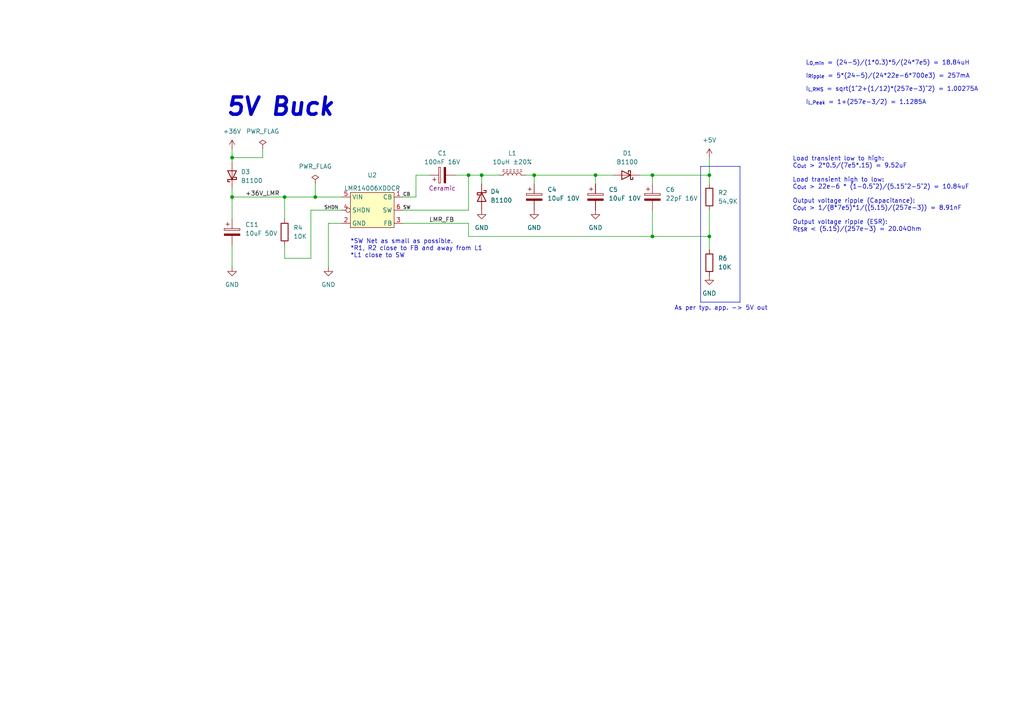
<source format=kicad_sch>
(kicad_sch (version 20250114) (generator "eeschema") (generator_version "9.0")
  (paper "A4")
  (lib_symbols
    (symbol "Device:C_Polarized" (pin_numbers (hide yes)) (pin_names (offset 0.254))
      (property "Reference" "C" (at 0.635 2.54 0))
      (property "Value" "C_Polarized" (at 0.635 -2.54 0))
      (symbol "C_Polarized_0_1"
        (rectangle (start -2.286 0.508) (end 2.286 1.016))
        (polyline (pts (xy -1.778 2.286) (xy -0.762 2.286)))
        (polyline (pts (xy -1.27 2.794) (xy -1.27 1.778)))
        (rectangle (start 2.286 -0.508) (end -2.286 -1.016) (fill (type outline)))
      )
      (symbol "C_Polarized_1_1"
        (pin passive line (at 0 3.81 270) (length 2.794) (name "~") (number "1"))
        (pin passive line (at 0 -3.81 90) (length 2.794) (name "~") (number "2"))
      )
    )
    (symbol "Device:D_Schottky" (pin_numbers (hide yes)) (pin_names (offset 1.016) (hide yes))
      (property "Reference" "D" (at 0 2.54 0))
      (property "Value" "D_Schottky" (at 0 -2.54 0))
      (symbol "D_Schottky_0_1"
        (polyline (pts (xy -1.905 0.635) (xy -1.905 1.27) (xy -1.27 1.27) (xy -1.27 -1.27) (xy -0.635 -1.27) (xy -0.635 -0.635)) (stroke (width 0.254)))
        (polyline (pts (xy 1.27 1.27) (xy 1.27 -1.27) (xy -1.27 0) (xy 1.27 1.27)) (stroke (width 0.254)))
        (polyline (pts (xy 1.27 0) (xy -1.27 0)))
      )
      (symbol "D_Schottky_1_1"
        (pin passive line (at -3.81 0 0) (length 2.54) (name "K") (number "1"))
        (pin passive line (at 3.81 0 180) (length 2.54) (name "A") (number "2"))
      )
    )
    (symbol "Device:L_Ferrite" (pin_numbers (hide yes)) (pin_names (offset 1.016) (hide yes))
      (property "Reference" "L" (at -1.27 0 90))
      (property "Value" "L_Ferrite" (at 2.794 0 90))
      (symbol "L_Ferrite_0_1"
        (arc (start 0 2.54) (mid 0.6323 1.905) (end 0 1.27))
        (arc (start 0 1.27) (mid 0.6323 0.635) (end 0 0))
        (arc (start 0 0) (mid 0.6323 -0.635) (end 0 -1.27))
        (arc (start 0 -1.27) (mid 0.6323 -1.905) (end 0 -2.54))
        (polyline (pts (xy 1.016 2.286) (xy 1.016 2.794)))
        (polyline (pts (xy 1.016 1.27) (xy 1.016 1.778)))
        (polyline (pts (xy 1.016 0.254) (xy 1.016 0.762)))
        (polyline (pts (xy 1.016 -0.762) (xy 1.016 -0.254)))
        (polyline (pts (xy 1.016 -1.778) (xy 1.016 -1.27)))
        (polyline (pts (xy 1.016 -2.794) (xy 1.016 -2.286)))
        (polyline (pts (xy 1.524 2.794) (xy 1.524 2.286)))
        (polyline (pts (xy 1.524 1.778) (xy 1.524 1.27)))
        (polyline (pts (xy 1.524 0.762) (xy 1.524 0.254)))
        (polyline (pts (xy 1.524 -0.254) (xy 1.524 -0.762)))
        (polyline (pts (xy 1.524 -1.27) (xy 1.524 -1.778)))
        (polyline (pts (xy 1.524 -2.286) (xy 1.524 -2.794)))
      )
      (symbol "L_Ferrite_1_1"
        (pin passive line (at 0 3.81 270) (length 1.27) (name "1") (number "1"))
        (pin passive line (at 0 -3.81 90) (length 1.27) (name "2") (number "2"))
      )
    )
    (symbol "Device:R" (pin_numbers (hide yes)) (pin_names (offset 0))
      (property "Reference" "R" (at 2.032 0 90))
      (property "Value" "R" (at 0 0 90))
      (symbol "R_0_1"
        (rectangle (start -1.016 -2.54) (end 1.016 2.54) (stroke (width 0.254)))
      )
      (symbol "R_1_1"
        (pin passive line (at 0 3.81 270) (length 1.27) (name "~") (number "1"))
        (pin passive line (at 0 -3.81 90) (length 1.27) (name "~") (number "2"))
      )
    )
    (symbol "Factuator_Components:LMR14006XDDCR"
      (property "Reference" "U" (at -3.81 8.89 0))
      (property "Value" "LMR14006XDDCR" (at 0 6.35 0))
      (symbol "LMR14006XDDCR_0_1"
        (rectangle (start -6.35 5.08) (end 6.35 -5.08) (fill (type background)))
      )
      (symbol "LMR14006XDDCR_1_1"
        (pin power_in line (at -8.89 3.81 0) (length 2.54) (name "VIN") (number "5"))
        (pin input inverted (at -8.89 0 0) (length 2.54) (name "SHDN") (number "4"))
        (pin power_in line (at -8.89 -3.81 0) (length 2.54) (name "GND") (number "2"))
        (pin passive line (at 8.89 3.81 180) (length 2.54) (name "CB") (number "1"))
        (pin passive line (at 8.89 0 180) (length 2.54) (name "SW") (number "6"))
        (pin passive line (at 8.89 -3.81 180) (length 2.54) (name "FB") (number "3"))
      )
    )
    (symbol "power:+36V" (power) (pin_names (offset 0))
      (property "Value" "+36V" (at 0 3.556 0))
      (symbol "+36V_0_1"
        (polyline (pts (xy -0.762 1.27) (xy 0 2.54)))
        (polyline (pts (xy 0 2.54) (xy 0.762 1.27)))
        (polyline (pts (xy 0 0) (xy 0 2.54)))
      )
      (symbol "+36V_1_1"
        (pin power_in line (at 0 0 90) (length 0) (hide yes) (name "+36V") (number "1"))
      )
    )
    (symbol "power:+5V" (power) (pin_names (offset 0))
      (property "Value" "+5V" (at 0 3.556 0))
      (symbol "+5V_0_1"
        (polyline (pts (xy -0.762 1.27) (xy 0 2.54)))
        (polyline (pts (xy 0 2.54) (xy 0.762 1.27)))
        (polyline (pts (xy 0 0) (xy 0 2.54)))
      )
      (symbol "+5V_1_1"
        (pin power_in line (at 0 0 90) (length 0) (hide yes) (name "+5V") (number "1"))
      )
    )
    (symbol "power:GND" (power) (pin_names (offset 0))
      (property "Value" "GND" (at 0 -3.81 0))
      (symbol "GND_0_1"
        (polyline (pts (xy 0 0) (xy 0 -1.27) (xy 1.27 -1.27) (xy 0 -2.54) (xy -1.27 -1.27) (xy 0 -1.27)))
      )
      (symbol "GND_1_1"
        (pin power_in line (at 0 0 270) (length 0) (hide yes) (name "GND") (number "1"))
      )
    )
    (symbol "power:PWR_FLAG" (power) (pin_numbers (hide yes)) (pin_names (offset 0) (hide yes))
      (property "Value" "PWR_FLAG" (at 0 3.81 0))
      (symbol "PWR_FLAG_0_0"
        (pin power_out line (at 0 0 90) (length 0) (name "pwr") (number "1"))
      )
      (symbol "PWR_FLAG_0_1"
        (polyline (pts (xy 0 0) (xy 0 1.27) (xy -1.016 1.905) (xy 0 2.54) (xy 1.016 1.905) (xy 0 1.27)))
      )
    )
  )
  (text "I_{L,Peak} = 1+(257e-3/2) = 1.1285A" (at 233.68 30.48 0) (effects (font (size 1.27 1.27)) (justify left bottom)))
  (text "Load transient low to high:\nC_{Out} > 2*0.5/(7e5*.15) = 9.52uF\n\nLoad transient high to low:\nC_{Out} > 22e-6 * (1-0.5^2)/(5.15^2-5^2) = 10.84uF\n\nOutput voltage ripple (Capacitance):\nC_{Out} > 1/(8*7e5)*1/((5.15)/(257e-3)) = 8.91nF\n\nOutput voltage ripple (ESR):\nR_{ESR} < (5.15)/(257e-3) = 20.04Ohm" (at 229.87 67.31 0) (effects (font (size 1.27 1.27)) (justify left bottom)))
  (text "As per typ. app. -> 5V out" (at 195.58 90.17 0) (effects (font (size 1.27 1.27)) (justify left bottom)))
  (text "L_{0,min} = (24-5)/(1*0.3)*5/(24*7e5) = 18.84uH" (at 233.68 19.05 0) (effects (font (size 1.27 1.27)) (justify left bottom)))
  (text "*SW Net as small as possible.\n*R1, R2 close to FB and away from L1\n*L1 close to SW" (at 101.6 74.93 0) (effects (font (size 1.27 1.27)) (justify left bottom)))
  (text "I_{Ripple} = 5*(24-5)/(24*22e-6*700e3) = 257mA" (at 233.68 22.86 0) (effects (font (size 1.27 1.27)) (justify left bottom)))
  (text "I_{L,RMS} = sqrt(1^2+(1/12)*(257e-3)^2) = 1.00275A" (at 233.68 26.67 0) (effects (font (size 1.27 1.27)) (justify left bottom)))
  (text "5V Buck" (at 65.278 34.036 0) (effects (font (size 5 5) (thickness 1) (bold yes) (italic yes)) (justify left bottom)))
  (junction (at 189.23 50.8))
  (junction (at 205.74 50.8))
  (junction (at 67.31 57.15))
  (junction (at 135.89 50.8))
  (junction (at 67.31 45.72))
  (junction (at 189.23 68.58))
  (junction (at 91.44 57.15))
  (junction (at 154.94 50.8))
  (junction (at 139.7 50.8))
  (junction (at 172.72 50.8))
  (junction (at 205.74 68.58))
  (junction (at 82.55 57.15))
  (wire (pts (xy 67.31 43.18) (xy 67.31 45.72)))
  (wire (pts (xy 90.17 74.93) (xy 90.17 60.96)))
  (wire (pts (xy 67.31 71.12) (xy 67.31 77.47)))
  (wire (pts (xy 116.84 57.15) (xy 120.65 57.15)))
  (wire (pts (xy 135.89 50.8) (xy 139.7 50.8)))
  (wire (pts (xy 95.25 77.47) (xy 95.25 64.77)))
  (wire (pts (xy 152.4 50.8) (xy 154.94 50.8)))
  (wire (pts (xy 67.31 54.61) (xy 67.31 57.15)))
  (wire (pts (xy 189.23 50.8) (xy 189.23 53.34)))
  (wire (pts (xy 189.23 60.96) (xy 189.23 68.58)))
  (wire (pts (xy 135.89 64.77) (xy 116.84 64.77)))
  (wire (pts (xy 91.44 53.34) (xy 91.44 57.15)))
  (wire (pts (xy 205.74 60.96) (xy 205.74 68.58)))
  (wire (pts (xy 67.31 57.15) (xy 82.55 57.15)))
  (polyline (pts (xy 203.2 87.63) (xy 214.63 87.63)))
  (wire (pts (xy 116.84 60.96) (xy 135.89 60.96)))
  (wire (pts (xy 135.89 60.96) (xy 135.89 50.8)))
  (wire (pts (xy 139.7 50.8) (xy 144.78 50.8)))
  (wire (pts (xy 139.7 53.34) (xy 139.7 50.8)))
  (wire (pts (xy 82.55 57.15) (xy 91.44 57.15)))
  (wire (pts (xy 82.55 71.12) (xy 82.55 74.93)))
  (wire (pts (xy 189.23 50.8) (xy 205.74 50.8)))
  (wire (pts (xy 67.31 45.72) (xy 67.31 46.99)))
  (polyline (pts (xy 214.63 48.26) (xy 203.2 48.26)))
  (wire (pts (xy 95.25 64.77) (xy 99.06 64.77)))
  (wire (pts (xy 90.17 60.96) (xy 99.06 60.96)))
  (wire (pts (xy 205.74 45.72) (xy 205.74 50.8)))
  (wire (pts (xy 154.94 50.8) (xy 154.94 53.34)))
  (wire (pts (xy 185.42 50.8) (xy 189.23 50.8)))
  (wire (pts (xy 67.31 45.72) (xy 76.2 45.72)))
  (polyline (pts (xy 214.63 48.26) (xy 214.63 87.63)))
  (wire (pts (xy 172.72 50.8) (xy 177.8 50.8)))
  (wire (pts (xy 172.72 50.8) (xy 172.72 53.34)))
  (wire (pts (xy 205.74 68.58) (xy 205.74 72.39)))
  (wire (pts (xy 154.94 50.8) (xy 172.72 50.8)))
  (wire (pts (xy 91.44 57.15) (xy 99.06 57.15)))
  (wire (pts (xy 120.65 57.15) (xy 120.65 50.8)))
  (wire (pts (xy 135.89 68.58) (xy 189.23 68.58)))
  (wire (pts (xy 205.74 50.8) (xy 205.74 53.34)))
  (wire (pts (xy 76.2 43.18) (xy 76.2 45.72)))
  (wire (pts (xy 189.23 68.58) (xy 205.74 68.58)))
  (wire (pts (xy 132.08 50.8) (xy 135.89 50.8)))
  (wire (pts (xy 82.55 74.93) (xy 90.17 74.93)))
  (wire (pts (xy 82.55 57.15) (xy 82.55 63.5)))
  (wire (pts (xy 120.65 50.8) (xy 124.46 50.8)))
  (wire (pts (xy 135.89 68.58) (xy 135.89 64.77)))
  (wire (pts (xy 67.31 57.15) (xy 67.31 63.5)))
  (polyline (pts (xy 203.2 48.26) (xy 203.2 87.63)))
  (label "+36V_LMR" (at 71.12 57.15 0))
  (label "LMR_FB" (at 124.46 64.77 0))
  (label "CB" (at 116.84 57.15 0) (effects (font (size 1 1))))
  (label "SW" (at 116.84 60.96 0) (effects (font (size 1 1))))
  (label "SHDN" (at 93.98 60.96 0) (effects (font (size 1 1))))
  (symbol (lib_id "Device:R") (at 82.55 67.31 0) (unit 1)
    (property "Reference" "R4" (at 85.09 66.0399 0) (effects (justify left)))
    (property "Value" "10K" (at 85.09 68.5799 0) (effects (justify left)))
    (property "Footprint" "Resistor_SMD:R_0402_1005Metric" (effects (hide yes)))
    (property "LCSC Part #" "C60490" (effects (hide yes)))
    (property "digikey#" "YAG3436CT-ND" (effects (hide yes)))
  )
  (symbol (lib_id "Device:D_Schottky") (at 181.61 50.8 180) (unit 1)
    (property "Reference" "D1" (at 181.9275 44.45 0))
    (property "Value" "B1100" (at 181.9275 46.99 0))
    (property "Footprint" "Diode_SMD:D_SMB" (effects (hide yes)))
    (property "LCSC Part #" "C1884570" (effects (hide yes)))
    (property "digikey#" "B1100-13-F" (effects (hide yes)))
  )
  (symbol (lib_id "Device:L_Ferrite") (at 148.59 50.8 90) (unit 1)
    (property "Reference" "L1" (at 148.59 44.45 90))
    (property "Value" "10uH ±20%" (at 148.59 46.99 90))
    (property "Footprint" "Inductor_SMD:L_Bourns-SRN4018" (effects (hide yes)))
    (property "LCSC Part #" "C98364" (effects (hide yes)))
    (property "digikey#" "3442-WPN4020H100MTCT-ND" (effects (hide yes)))
  )
  (symbol (lib_id "Device:R") (at 205.74 76.2 0) (unit 1)
    (property "Reference" "R6" (at 208.28 74.9299 0) (effects (justify left)))
    (property "Value" "10K" (at 208.28 77.4699 0) (effects (justify left)))
    (property "Footprint" "Resistor_SMD:R_0402_1005Metric" (effects (hide yes)))
    (property "LCSC Part #" "C60490" (effects (hide yes)))
    (property "Note" "1%" (effects (hide yes)))
    (property "digikey#" "YAG3436CT-ND" (effects (hide yes)))
  )
  (symbol (lib_id "power:PWR_FLAG") (at 91.44 53.34 0) (unit 1)
    (property "Reference" "#FLG0107" (effects (hide yes)))
    (property "Value" "PWR_FLAG" (at 91.44 48.26 0))
  )
  (symbol (lib_id "Device:D_Schottky") (at 67.31 50.8 90) (unit 1)
    (property "Reference" "D3" (at 69.85 49.8474 90) (effects (justify right)))
    (property "Value" "B1100" (at 69.85 52.3874 90) (effects (justify right)))
    (property "Footprint" "Diode_SMD:D_SMB" (effects (hide yes)))
    (property "LCSC Part #" "C1884570" (effects (hide yes)))
    (property "digikey#" "B1100-13-F" (effects (hide yes)))
  )
  (symbol (lib_id "Device:C_Polarized") (at 154.94 57.15 0) (unit 1)
    (property "Reference" "C4" (at 158.75 54.9909 0) (effects (justify left)))
    (property "Value" "10uF 10V" (at 158.75 57.5309 0) (effects (justify left)))
    (property "Footprint" "Capacitor_SMD:C_0603_1608Metric" (effects (hide yes)))
    (property "LCSC Part #" "C237435" (effects (hide yes)))
    (property "digikey#" "490-10475-1-ND" (effects (hide yes)))
  )
  (symbol (lib_id "Factuator_Components:LMR14006XDDCR") (at 107.95 60.96 0) (unit 1)
    (property "Reference" "U2" (at 107.95 50.8 0))
    (property "Value" "LMR14006XDDCR" (at 107.95 54.61 0))
    (property "Footprint" "Package_TO_SOT_SMD:SOT-23-6" (effects (hide yes)))
    (property "Datasheet" "https://www.ti.com/lit/ds/symlink/lmr14006.pdf" (effects (hide yes)))
    (property "LCSC Part #" "C478074" (effects (hide yes)))
    (property "digikey#" "296-44319-1-ND" (effects (hide yes)))
  )
  (symbol (lib_id "Device:C_Polarized") (at 172.72 57.15 0) (unit 1)
    (property "Reference" "C5" (at 176.53 54.9909 0) (effects (justify left)))
    (property "Value" "10uF 10V" (at 176.53 57.5309 0) (effects (justify left)))
    (property "Footprint" "Capacitor_SMD:C_0603_1608Metric" (effects (hide yes)))
    (property "LCSC Part #" "C237435" (effects (hide yes)))
    (property "digikey#" "490-10475-1-ND" (effects (hide yes)))
  )
  (symbol (lib_id "power:GND") (at 95.25 77.47 0) (unit 1)
    (property "Reference" "#PWR0123" (effects (hide yes)))
    (property "Value" "GND" (at 95.25 82.55 0))
  )
  (symbol (lib_id "power:GND") (at 172.72 60.96 0) (unit 1)
    (property "Reference" "#PWR0125" (effects (hide yes)))
    (property "Value" "GND" (at 172.72 66.04 0))
  )
  (symbol (lib_id "power:PWR_FLAG") (at 76.2 43.18 0) (unit 1)
    (property "Reference" "#FLG0104" (effects (hide yes)))
    (property "Value" "PWR_FLAG" (at 76.2 38.1 0))
  )
  (symbol (lib_id "power:GND") (at 139.7 60.96 0) (unit 1)
    (property "Reference" "#PWR0124" (effects (hide yes)))
    (property "Value" "GND" (at 139.7 66.04 0))
  )
  (symbol (lib_id "Device:D_Schottky") (at 139.7 57.15 270) (unit 1)
    (property "Reference" "D4" (at 142.24 55.5624 90) (effects (justify left)))
    (property "Value" "B1100" (at 142.24 58.1024 90) (effects (justify left)))
    (property "Footprint" "Diode_SMD:D_SMB" (effects (hide yes)))
    (property "LCSC Part #" "C1884570" (effects (hide yes)))
    (property "digikey#" "B1100-13-F" (effects (hide yes)))
  )
  (symbol (lib_id "Device:R") (at 205.74 57.15 0) (unit 1)
    (property "Reference" "R2" (at 208.28 55.8799 0) (effects (justify left)))
    (property "Value" "54.9K" (at 208.28 58.4199 0) (effects (justify left)))
    (property "Footprint" "Resistor_SMD:R_0402_1005Metric" (effects (hide yes)))
    (property "LCSC Part #" "C5126159" (effects (hide yes)))
    (property "Note" "1%" (effects (hide yes)))
    (property "digikey#" "P54.9KLCT-ND" (effects (hide yes)))
  )
  (symbol (lib_id "Device:C_Polarized") (at 67.31 67.31 0) (unit 1)
    (property "Reference" "C11" (at 71.12 65.1509 0) (effects (justify left)))
    (property "Value" "10uF 50V" (at 71.12 67.6909 0) (effects (justify left)))
    (property "Footprint" "Capacitor_SMD:C_1206_3216Metric" (effects (hide yes)))
    (property "LCSC Part #" "C13585" (effects (hide yes)))
    (property "digikey#" "CL31A106MBHNNNE" (effects (hide yes)))
  )
  (symbol (lib_id "power:GND") (at 205.74 80.01 0) (unit 1)
    (property "Reference" "#PWR0118" (effects (hide yes)))
    (property "Value" "GND" (at 205.74 85.09 0))
  )
  (symbol (lib_id "power:GND") (at 154.94 60.96 0) (unit 1)
    (property "Reference" "#PWR0126" (effects (hide yes)))
    (property "Value" "GND" (at 154.94 66.04 0))
  )
  (symbol (lib_id "power:+36V") (at 67.31 43.18 0) (unit 1)
    (property "Reference" "#PWR0121" (effects (hide yes)))
    (property "Value" "+36V" (at 67.31 38.1 0))
  )
  (symbol (lib_id "Device:C_Polarized") (at 128.27 50.8 90) (unit 1)
    (property "Reference" "C1" (at 128.27 44.45 90))
    (property "Value" "100nF 16V" (at 128.27 46.99 90))
    (property "Footprint" "Capacitor_SMD:C_0402_1005Metric" (effects (hide yes)))
    (property "LCSC Part #" "C41851" (effects (hide yes)))
    (property "digikey#" "490-6328-1-ND" (effects (hide yes)))
    (property "Note" "Ceramic" (at 128.27 54.61 90))
  )
  (symbol (lib_id "power:+5V") (at 205.74 45.72 0) (unit 1)
    (property "Reference" "#PWR0114" (effects (hide yes)))
    (property "Value" "+5V" (at 205.74 40.64 0))
  )
  (symbol (lib_id "power:GND") (at 67.31 77.47 0) (unit 1)
    (property "Reference" "#PWR0122" (effects (hide yes)))
    (property "Value" "GND" (at 67.31 82.55 0))
  )
  (symbol (lib_id "Device:C_Polarized") (at 189.23 57.15 0) (unit 1)
    (property "Reference" "C6" (at 193.04 54.9909 0) (effects (justify left)))
    (property "Value" "22pF 16V" (at 193.04 57.5309 0) (effects (justify left)))
    (property "Footprint" "Capacitor_SMD:C_0402_1005Metric" (effects (hide yes)))
    (property "LCSC Part #" "C908480" (effects (hide yes)))
    (property "digikey#" "399-C0402C220J4GAC7867CT-ND" (effects (hide yes)))
  )
)
</source>
